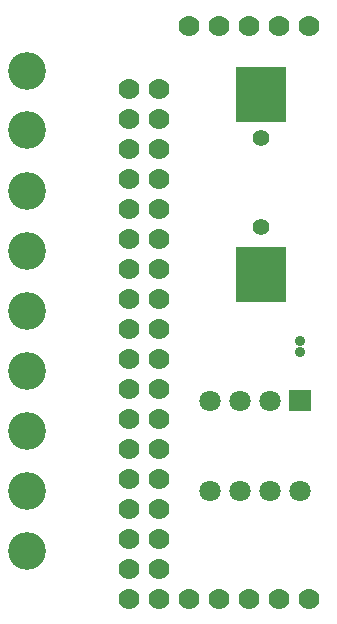
<source format=gts>
G04 Layer: TopSolderMaskLayer*
G04 EasyEDA v6.2.46, 2019-11-12T08:41:23+00:00*
G04 a54ae0302d0d4d44958841ca790c1891,6515191c65484b44ad2e16bf32a5f50e,10*
G04 Gerber Generator version 0.2*
G04 Scale: 100 percent, Rotated: No, Reflected: No *
G04 Dimensions in millimeters *
G04 leading zeros omitted , absolute positions ,3 integer and 3 decimal *
%FSLAX33Y33*%
%MOMM*%
G90*
G71D02*

%ADD26C,3.203194*%
%ADD28C,1.803400*%
%ADD30C,1.403198*%
%ADD31C,0.903224*%
%ADD32C,1.778000*%

%LPD*%
G54D26*
G01X7366Y46736D03*
G01X7366Y41737D03*
G01X7366Y36576D03*
G01X7366Y31496D03*
G01X7366Y26416D03*
G01X7366Y21336D03*
G01X7366Y16256D03*
G01X7366Y11176D03*
G01X7366Y6096D03*
G36*
G01X29578Y17894D02*
G01X29578Y19697D01*
G01X31381Y19697D01*
G01X31381Y17894D01*
G01X29578Y17894D01*
G37*
G54D28*
G01X27940Y18796D03*
G01X25400Y18796D03*
G01X22860Y18796D03*
G01X22860Y11176D03*
G01X25400Y11176D03*
G01X27940Y11176D03*
G01X30480Y11176D03*
G36*
G01X25077Y42351D02*
G01X25077Y47056D01*
G01X29278Y47056D01*
G01X29278Y42351D01*
G01X25077Y42351D01*
G37*
G36*
G01X25077Y27111D02*
G01X25077Y31816D01*
G01X29278Y31816D01*
G01X29278Y27111D01*
G01X25077Y27111D01*
G37*
G54D30*
G01X27178Y33502D03*
G01X27178Y40995D03*
G54D31*
G01X30480Y22875D03*
G01X30480Y23876D03*
G54D32*
G01X21082Y50546D03*
G01X23622Y50546D03*
G01X26162Y50546D03*
G01X28702Y50546D03*
G01X31242Y50546D03*
G01X21082Y2032D03*
G01X23622Y2032D03*
G01X26162Y2032D03*
G01X28702Y2032D03*
G01X31242Y2032D03*
G01X18542Y45212D03*
G01X16002Y24892D03*
G01X18542Y24892D03*
G01X16002Y27432D03*
G01X18542Y27432D03*
G01X16002Y29972D03*
G01X18542Y29972D03*
G01X16002Y32512D03*
G01X18542Y32512D03*
G01X16002Y35052D03*
G01X18542Y35052D03*
G01X16002Y37592D03*
G01X18542Y37592D03*
G01X16002Y40132D03*
G01X18542Y40132D03*
G01X16002Y42672D03*
G01X18542Y42672D03*
G01X16002Y45212D03*
G01X18542Y22352D03*
G01X16002Y2032D03*
G01X18542Y2032D03*
G01X16002Y4572D03*
G01X18542Y4572D03*
G01X16002Y7112D03*
G01X18542Y7112D03*
G01X16002Y9652D03*
G01X18542Y9652D03*
G01X16002Y12192D03*
G01X18542Y12192D03*
G01X16002Y14732D03*
G01X18542Y14732D03*
G01X16002Y17272D03*
G01X18542Y17272D03*
G01X16002Y19812D03*
G01X18542Y19812D03*
G01X16002Y22352D03*
M00*
M02*

</source>
